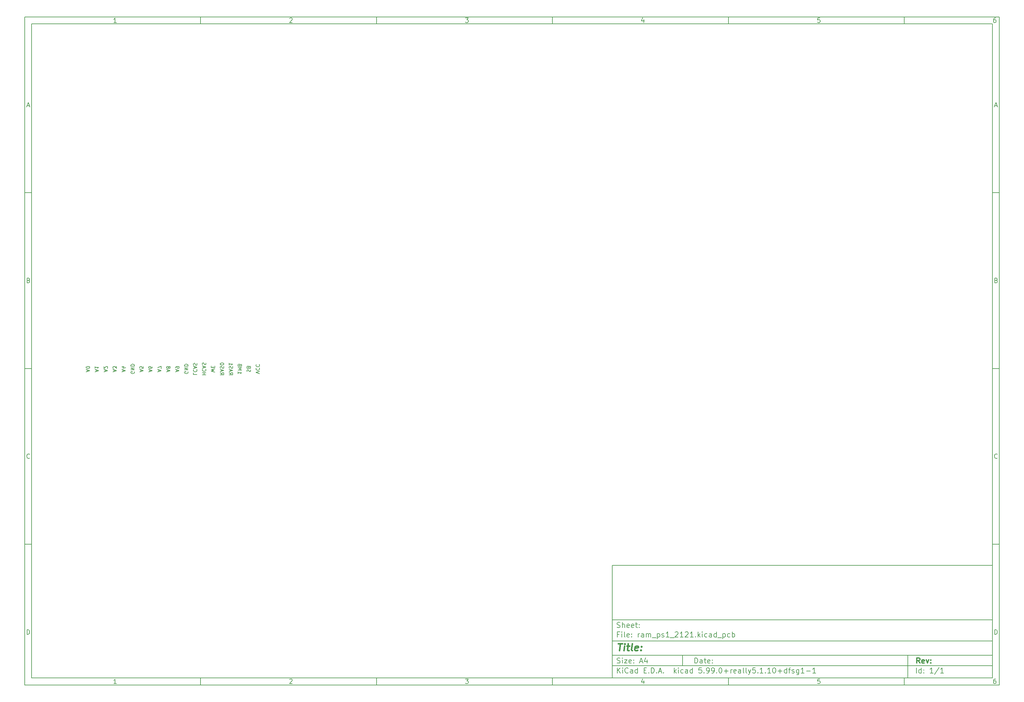
<source format=gbr>
%TF.GenerationSoftware,KiCad,Pcbnew,5.99.0+really5.1.10+dfsg1-1*%
%TF.CreationDate,2022-01-09T16:24:14+01:00*%
%TF.ProjectId,ram_ps1_2121,72616d5f-7073-4315-9f32-3132312e6b69,rev?*%
%TF.SameCoordinates,Original*%
%TF.FileFunction,Legend,Bot*%
%TF.FilePolarity,Positive*%
%FSLAX46Y46*%
G04 Gerber Fmt 4.6, Leading zero omitted, Abs format (unit mm)*
G04 Created by KiCad (PCBNEW 5.99.0+really5.1.10+dfsg1-1) date 2022-01-09 16:24:14*
%MOMM*%
%LPD*%
G01*
G04 APERTURE LIST*
%ADD10C,0.100000*%
%ADD11C,0.150000*%
%ADD12C,0.300000*%
%ADD13C,0.400000*%
G04 APERTURE END LIST*
D10*
D11*
X177002200Y-166007200D02*
X177002200Y-198007200D01*
X285002200Y-198007200D01*
X285002200Y-166007200D01*
X177002200Y-166007200D01*
D10*
D11*
X10000000Y-10000000D02*
X10000000Y-200007200D01*
X287002200Y-200007200D01*
X287002200Y-10000000D01*
X10000000Y-10000000D01*
D10*
D11*
X12000000Y-12000000D02*
X12000000Y-198007200D01*
X285002200Y-198007200D01*
X285002200Y-12000000D01*
X12000000Y-12000000D01*
D10*
D11*
X60000000Y-12000000D02*
X60000000Y-10000000D01*
D10*
D11*
X110000000Y-12000000D02*
X110000000Y-10000000D01*
D10*
D11*
X160000000Y-12000000D02*
X160000000Y-10000000D01*
D10*
D11*
X210000000Y-12000000D02*
X210000000Y-10000000D01*
D10*
D11*
X260000000Y-12000000D02*
X260000000Y-10000000D01*
D10*
D11*
X36065476Y-11588095D02*
X35322619Y-11588095D01*
X35694047Y-11588095D02*
X35694047Y-10288095D01*
X35570238Y-10473809D01*
X35446428Y-10597619D01*
X35322619Y-10659523D01*
D10*
D11*
X85322619Y-10411904D02*
X85384523Y-10350000D01*
X85508333Y-10288095D01*
X85817857Y-10288095D01*
X85941666Y-10350000D01*
X86003571Y-10411904D01*
X86065476Y-10535714D01*
X86065476Y-10659523D01*
X86003571Y-10845238D01*
X85260714Y-11588095D01*
X86065476Y-11588095D01*
D10*
D11*
X135260714Y-10288095D02*
X136065476Y-10288095D01*
X135632142Y-10783333D01*
X135817857Y-10783333D01*
X135941666Y-10845238D01*
X136003571Y-10907142D01*
X136065476Y-11030952D01*
X136065476Y-11340476D01*
X136003571Y-11464285D01*
X135941666Y-11526190D01*
X135817857Y-11588095D01*
X135446428Y-11588095D01*
X135322619Y-11526190D01*
X135260714Y-11464285D01*
D10*
D11*
X185941666Y-10721428D02*
X185941666Y-11588095D01*
X185632142Y-10226190D02*
X185322619Y-11154761D01*
X186127380Y-11154761D01*
D10*
D11*
X236003571Y-10288095D02*
X235384523Y-10288095D01*
X235322619Y-10907142D01*
X235384523Y-10845238D01*
X235508333Y-10783333D01*
X235817857Y-10783333D01*
X235941666Y-10845238D01*
X236003571Y-10907142D01*
X236065476Y-11030952D01*
X236065476Y-11340476D01*
X236003571Y-11464285D01*
X235941666Y-11526190D01*
X235817857Y-11588095D01*
X235508333Y-11588095D01*
X235384523Y-11526190D01*
X235322619Y-11464285D01*
D10*
D11*
X285941666Y-10288095D02*
X285694047Y-10288095D01*
X285570238Y-10350000D01*
X285508333Y-10411904D01*
X285384523Y-10597619D01*
X285322619Y-10845238D01*
X285322619Y-11340476D01*
X285384523Y-11464285D01*
X285446428Y-11526190D01*
X285570238Y-11588095D01*
X285817857Y-11588095D01*
X285941666Y-11526190D01*
X286003571Y-11464285D01*
X286065476Y-11340476D01*
X286065476Y-11030952D01*
X286003571Y-10907142D01*
X285941666Y-10845238D01*
X285817857Y-10783333D01*
X285570238Y-10783333D01*
X285446428Y-10845238D01*
X285384523Y-10907142D01*
X285322619Y-11030952D01*
D10*
D11*
X60000000Y-198007200D02*
X60000000Y-200007200D01*
D10*
D11*
X110000000Y-198007200D02*
X110000000Y-200007200D01*
D10*
D11*
X160000000Y-198007200D02*
X160000000Y-200007200D01*
D10*
D11*
X210000000Y-198007200D02*
X210000000Y-200007200D01*
D10*
D11*
X260000000Y-198007200D02*
X260000000Y-200007200D01*
D10*
D11*
X36065476Y-199595295D02*
X35322619Y-199595295D01*
X35694047Y-199595295D02*
X35694047Y-198295295D01*
X35570238Y-198481009D01*
X35446428Y-198604819D01*
X35322619Y-198666723D01*
D10*
D11*
X85322619Y-198419104D02*
X85384523Y-198357200D01*
X85508333Y-198295295D01*
X85817857Y-198295295D01*
X85941666Y-198357200D01*
X86003571Y-198419104D01*
X86065476Y-198542914D01*
X86065476Y-198666723D01*
X86003571Y-198852438D01*
X85260714Y-199595295D01*
X86065476Y-199595295D01*
D10*
D11*
X135260714Y-198295295D02*
X136065476Y-198295295D01*
X135632142Y-198790533D01*
X135817857Y-198790533D01*
X135941666Y-198852438D01*
X136003571Y-198914342D01*
X136065476Y-199038152D01*
X136065476Y-199347676D01*
X136003571Y-199471485D01*
X135941666Y-199533390D01*
X135817857Y-199595295D01*
X135446428Y-199595295D01*
X135322619Y-199533390D01*
X135260714Y-199471485D01*
D10*
D11*
X185941666Y-198728628D02*
X185941666Y-199595295D01*
X185632142Y-198233390D02*
X185322619Y-199161961D01*
X186127380Y-199161961D01*
D10*
D11*
X236003571Y-198295295D02*
X235384523Y-198295295D01*
X235322619Y-198914342D01*
X235384523Y-198852438D01*
X235508333Y-198790533D01*
X235817857Y-198790533D01*
X235941666Y-198852438D01*
X236003571Y-198914342D01*
X236065476Y-199038152D01*
X236065476Y-199347676D01*
X236003571Y-199471485D01*
X235941666Y-199533390D01*
X235817857Y-199595295D01*
X235508333Y-199595295D01*
X235384523Y-199533390D01*
X235322619Y-199471485D01*
D10*
D11*
X285941666Y-198295295D02*
X285694047Y-198295295D01*
X285570238Y-198357200D01*
X285508333Y-198419104D01*
X285384523Y-198604819D01*
X285322619Y-198852438D01*
X285322619Y-199347676D01*
X285384523Y-199471485D01*
X285446428Y-199533390D01*
X285570238Y-199595295D01*
X285817857Y-199595295D01*
X285941666Y-199533390D01*
X286003571Y-199471485D01*
X286065476Y-199347676D01*
X286065476Y-199038152D01*
X286003571Y-198914342D01*
X285941666Y-198852438D01*
X285817857Y-198790533D01*
X285570238Y-198790533D01*
X285446428Y-198852438D01*
X285384523Y-198914342D01*
X285322619Y-199038152D01*
D10*
D11*
X10000000Y-60000000D02*
X12000000Y-60000000D01*
D10*
D11*
X10000000Y-110000000D02*
X12000000Y-110000000D01*
D10*
D11*
X10000000Y-160000000D02*
X12000000Y-160000000D01*
D10*
D11*
X10690476Y-35216666D02*
X11309523Y-35216666D01*
X10566666Y-35588095D02*
X11000000Y-34288095D01*
X11433333Y-35588095D01*
D10*
D11*
X11092857Y-84907142D02*
X11278571Y-84969047D01*
X11340476Y-85030952D01*
X11402380Y-85154761D01*
X11402380Y-85340476D01*
X11340476Y-85464285D01*
X11278571Y-85526190D01*
X11154761Y-85588095D01*
X10659523Y-85588095D01*
X10659523Y-84288095D01*
X11092857Y-84288095D01*
X11216666Y-84350000D01*
X11278571Y-84411904D01*
X11340476Y-84535714D01*
X11340476Y-84659523D01*
X11278571Y-84783333D01*
X11216666Y-84845238D01*
X11092857Y-84907142D01*
X10659523Y-84907142D01*
D10*
D11*
X11402380Y-135464285D02*
X11340476Y-135526190D01*
X11154761Y-135588095D01*
X11030952Y-135588095D01*
X10845238Y-135526190D01*
X10721428Y-135402380D01*
X10659523Y-135278571D01*
X10597619Y-135030952D01*
X10597619Y-134845238D01*
X10659523Y-134597619D01*
X10721428Y-134473809D01*
X10845238Y-134350000D01*
X11030952Y-134288095D01*
X11154761Y-134288095D01*
X11340476Y-134350000D01*
X11402380Y-134411904D01*
D10*
D11*
X10659523Y-185588095D02*
X10659523Y-184288095D01*
X10969047Y-184288095D01*
X11154761Y-184350000D01*
X11278571Y-184473809D01*
X11340476Y-184597619D01*
X11402380Y-184845238D01*
X11402380Y-185030952D01*
X11340476Y-185278571D01*
X11278571Y-185402380D01*
X11154761Y-185526190D01*
X10969047Y-185588095D01*
X10659523Y-185588095D01*
D10*
D11*
X287002200Y-60000000D02*
X285002200Y-60000000D01*
D10*
D11*
X287002200Y-110000000D02*
X285002200Y-110000000D01*
D10*
D11*
X287002200Y-160000000D02*
X285002200Y-160000000D01*
D10*
D11*
X285692676Y-35216666D02*
X286311723Y-35216666D01*
X285568866Y-35588095D02*
X286002200Y-34288095D01*
X286435533Y-35588095D01*
D10*
D11*
X286095057Y-84907142D02*
X286280771Y-84969047D01*
X286342676Y-85030952D01*
X286404580Y-85154761D01*
X286404580Y-85340476D01*
X286342676Y-85464285D01*
X286280771Y-85526190D01*
X286156961Y-85588095D01*
X285661723Y-85588095D01*
X285661723Y-84288095D01*
X286095057Y-84288095D01*
X286218866Y-84350000D01*
X286280771Y-84411904D01*
X286342676Y-84535714D01*
X286342676Y-84659523D01*
X286280771Y-84783333D01*
X286218866Y-84845238D01*
X286095057Y-84907142D01*
X285661723Y-84907142D01*
D10*
D11*
X286404580Y-135464285D02*
X286342676Y-135526190D01*
X286156961Y-135588095D01*
X286033152Y-135588095D01*
X285847438Y-135526190D01*
X285723628Y-135402380D01*
X285661723Y-135278571D01*
X285599819Y-135030952D01*
X285599819Y-134845238D01*
X285661723Y-134597619D01*
X285723628Y-134473809D01*
X285847438Y-134350000D01*
X286033152Y-134288095D01*
X286156961Y-134288095D01*
X286342676Y-134350000D01*
X286404580Y-134411904D01*
D10*
D11*
X285661723Y-185588095D02*
X285661723Y-184288095D01*
X285971247Y-184288095D01*
X286156961Y-184350000D01*
X286280771Y-184473809D01*
X286342676Y-184597619D01*
X286404580Y-184845238D01*
X286404580Y-185030952D01*
X286342676Y-185278571D01*
X286280771Y-185402380D01*
X286156961Y-185526190D01*
X285971247Y-185588095D01*
X285661723Y-185588095D01*
D10*
D11*
X200434342Y-193785771D02*
X200434342Y-192285771D01*
X200791485Y-192285771D01*
X201005771Y-192357200D01*
X201148628Y-192500057D01*
X201220057Y-192642914D01*
X201291485Y-192928628D01*
X201291485Y-193142914D01*
X201220057Y-193428628D01*
X201148628Y-193571485D01*
X201005771Y-193714342D01*
X200791485Y-193785771D01*
X200434342Y-193785771D01*
X202577200Y-193785771D02*
X202577200Y-193000057D01*
X202505771Y-192857200D01*
X202362914Y-192785771D01*
X202077200Y-192785771D01*
X201934342Y-192857200D01*
X202577200Y-193714342D02*
X202434342Y-193785771D01*
X202077200Y-193785771D01*
X201934342Y-193714342D01*
X201862914Y-193571485D01*
X201862914Y-193428628D01*
X201934342Y-193285771D01*
X202077200Y-193214342D01*
X202434342Y-193214342D01*
X202577200Y-193142914D01*
X203077200Y-192785771D02*
X203648628Y-192785771D01*
X203291485Y-192285771D02*
X203291485Y-193571485D01*
X203362914Y-193714342D01*
X203505771Y-193785771D01*
X203648628Y-193785771D01*
X204720057Y-193714342D02*
X204577200Y-193785771D01*
X204291485Y-193785771D01*
X204148628Y-193714342D01*
X204077200Y-193571485D01*
X204077200Y-193000057D01*
X204148628Y-192857200D01*
X204291485Y-192785771D01*
X204577200Y-192785771D01*
X204720057Y-192857200D01*
X204791485Y-193000057D01*
X204791485Y-193142914D01*
X204077200Y-193285771D01*
X205434342Y-193642914D02*
X205505771Y-193714342D01*
X205434342Y-193785771D01*
X205362914Y-193714342D01*
X205434342Y-193642914D01*
X205434342Y-193785771D01*
X205434342Y-192857200D02*
X205505771Y-192928628D01*
X205434342Y-193000057D01*
X205362914Y-192928628D01*
X205434342Y-192857200D01*
X205434342Y-193000057D01*
D10*
D11*
X177002200Y-194507200D02*
X285002200Y-194507200D01*
D10*
D11*
X178434342Y-196585771D02*
X178434342Y-195085771D01*
X179291485Y-196585771D02*
X178648628Y-195728628D01*
X179291485Y-195085771D02*
X178434342Y-195942914D01*
X179934342Y-196585771D02*
X179934342Y-195585771D01*
X179934342Y-195085771D02*
X179862914Y-195157200D01*
X179934342Y-195228628D01*
X180005771Y-195157200D01*
X179934342Y-195085771D01*
X179934342Y-195228628D01*
X181505771Y-196442914D02*
X181434342Y-196514342D01*
X181220057Y-196585771D01*
X181077200Y-196585771D01*
X180862914Y-196514342D01*
X180720057Y-196371485D01*
X180648628Y-196228628D01*
X180577200Y-195942914D01*
X180577200Y-195728628D01*
X180648628Y-195442914D01*
X180720057Y-195300057D01*
X180862914Y-195157200D01*
X181077200Y-195085771D01*
X181220057Y-195085771D01*
X181434342Y-195157200D01*
X181505771Y-195228628D01*
X182791485Y-196585771D02*
X182791485Y-195800057D01*
X182720057Y-195657200D01*
X182577200Y-195585771D01*
X182291485Y-195585771D01*
X182148628Y-195657200D01*
X182791485Y-196514342D02*
X182648628Y-196585771D01*
X182291485Y-196585771D01*
X182148628Y-196514342D01*
X182077200Y-196371485D01*
X182077200Y-196228628D01*
X182148628Y-196085771D01*
X182291485Y-196014342D01*
X182648628Y-196014342D01*
X182791485Y-195942914D01*
X184148628Y-196585771D02*
X184148628Y-195085771D01*
X184148628Y-196514342D02*
X184005771Y-196585771D01*
X183720057Y-196585771D01*
X183577200Y-196514342D01*
X183505771Y-196442914D01*
X183434342Y-196300057D01*
X183434342Y-195871485D01*
X183505771Y-195728628D01*
X183577200Y-195657200D01*
X183720057Y-195585771D01*
X184005771Y-195585771D01*
X184148628Y-195657200D01*
X186005771Y-195800057D02*
X186505771Y-195800057D01*
X186720057Y-196585771D02*
X186005771Y-196585771D01*
X186005771Y-195085771D01*
X186720057Y-195085771D01*
X187362914Y-196442914D02*
X187434342Y-196514342D01*
X187362914Y-196585771D01*
X187291485Y-196514342D01*
X187362914Y-196442914D01*
X187362914Y-196585771D01*
X188077200Y-196585771D02*
X188077200Y-195085771D01*
X188434342Y-195085771D01*
X188648628Y-195157200D01*
X188791485Y-195300057D01*
X188862914Y-195442914D01*
X188934342Y-195728628D01*
X188934342Y-195942914D01*
X188862914Y-196228628D01*
X188791485Y-196371485D01*
X188648628Y-196514342D01*
X188434342Y-196585771D01*
X188077200Y-196585771D01*
X189577200Y-196442914D02*
X189648628Y-196514342D01*
X189577200Y-196585771D01*
X189505771Y-196514342D01*
X189577200Y-196442914D01*
X189577200Y-196585771D01*
X190220057Y-196157200D02*
X190934342Y-196157200D01*
X190077200Y-196585771D02*
X190577200Y-195085771D01*
X191077200Y-196585771D01*
X191577200Y-196442914D02*
X191648628Y-196514342D01*
X191577200Y-196585771D01*
X191505771Y-196514342D01*
X191577200Y-196442914D01*
X191577200Y-196585771D01*
X194577200Y-196585771D02*
X194577200Y-195085771D01*
X194720057Y-196014342D02*
X195148628Y-196585771D01*
X195148628Y-195585771D02*
X194577200Y-196157200D01*
X195791485Y-196585771D02*
X195791485Y-195585771D01*
X195791485Y-195085771D02*
X195720057Y-195157200D01*
X195791485Y-195228628D01*
X195862914Y-195157200D01*
X195791485Y-195085771D01*
X195791485Y-195228628D01*
X197148628Y-196514342D02*
X197005771Y-196585771D01*
X196720057Y-196585771D01*
X196577200Y-196514342D01*
X196505771Y-196442914D01*
X196434342Y-196300057D01*
X196434342Y-195871485D01*
X196505771Y-195728628D01*
X196577200Y-195657200D01*
X196720057Y-195585771D01*
X197005771Y-195585771D01*
X197148628Y-195657200D01*
X198434342Y-196585771D02*
X198434342Y-195800057D01*
X198362914Y-195657200D01*
X198220057Y-195585771D01*
X197934342Y-195585771D01*
X197791485Y-195657200D01*
X198434342Y-196514342D02*
X198291485Y-196585771D01*
X197934342Y-196585771D01*
X197791485Y-196514342D01*
X197720057Y-196371485D01*
X197720057Y-196228628D01*
X197791485Y-196085771D01*
X197934342Y-196014342D01*
X198291485Y-196014342D01*
X198434342Y-195942914D01*
X199791485Y-196585771D02*
X199791485Y-195085771D01*
X199791485Y-196514342D02*
X199648628Y-196585771D01*
X199362914Y-196585771D01*
X199220057Y-196514342D01*
X199148628Y-196442914D01*
X199077200Y-196300057D01*
X199077200Y-195871485D01*
X199148628Y-195728628D01*
X199220057Y-195657200D01*
X199362914Y-195585771D01*
X199648628Y-195585771D01*
X199791485Y-195657200D01*
X202362914Y-195085771D02*
X201648628Y-195085771D01*
X201577200Y-195800057D01*
X201648628Y-195728628D01*
X201791485Y-195657200D01*
X202148628Y-195657200D01*
X202291485Y-195728628D01*
X202362914Y-195800057D01*
X202434342Y-195942914D01*
X202434342Y-196300057D01*
X202362914Y-196442914D01*
X202291485Y-196514342D01*
X202148628Y-196585771D01*
X201791485Y-196585771D01*
X201648628Y-196514342D01*
X201577200Y-196442914D01*
X203077200Y-196442914D02*
X203148628Y-196514342D01*
X203077200Y-196585771D01*
X203005771Y-196514342D01*
X203077200Y-196442914D01*
X203077200Y-196585771D01*
X203862914Y-196585771D02*
X204148628Y-196585771D01*
X204291485Y-196514342D01*
X204362914Y-196442914D01*
X204505771Y-196228628D01*
X204577200Y-195942914D01*
X204577200Y-195371485D01*
X204505771Y-195228628D01*
X204434342Y-195157200D01*
X204291485Y-195085771D01*
X204005771Y-195085771D01*
X203862914Y-195157200D01*
X203791485Y-195228628D01*
X203720057Y-195371485D01*
X203720057Y-195728628D01*
X203791485Y-195871485D01*
X203862914Y-195942914D01*
X204005771Y-196014342D01*
X204291485Y-196014342D01*
X204434342Y-195942914D01*
X204505771Y-195871485D01*
X204577200Y-195728628D01*
X205291485Y-196585771D02*
X205577200Y-196585771D01*
X205720057Y-196514342D01*
X205791485Y-196442914D01*
X205934342Y-196228628D01*
X206005771Y-195942914D01*
X206005771Y-195371485D01*
X205934342Y-195228628D01*
X205862914Y-195157200D01*
X205720057Y-195085771D01*
X205434342Y-195085771D01*
X205291485Y-195157200D01*
X205220057Y-195228628D01*
X205148628Y-195371485D01*
X205148628Y-195728628D01*
X205220057Y-195871485D01*
X205291485Y-195942914D01*
X205434342Y-196014342D01*
X205720057Y-196014342D01*
X205862914Y-195942914D01*
X205934342Y-195871485D01*
X206005771Y-195728628D01*
X206648628Y-196442914D02*
X206720057Y-196514342D01*
X206648628Y-196585771D01*
X206577200Y-196514342D01*
X206648628Y-196442914D01*
X206648628Y-196585771D01*
X207648628Y-195085771D02*
X207791485Y-195085771D01*
X207934342Y-195157200D01*
X208005771Y-195228628D01*
X208077200Y-195371485D01*
X208148628Y-195657200D01*
X208148628Y-196014342D01*
X208077200Y-196300057D01*
X208005771Y-196442914D01*
X207934342Y-196514342D01*
X207791485Y-196585771D01*
X207648628Y-196585771D01*
X207505771Y-196514342D01*
X207434342Y-196442914D01*
X207362914Y-196300057D01*
X207291485Y-196014342D01*
X207291485Y-195657200D01*
X207362914Y-195371485D01*
X207434342Y-195228628D01*
X207505771Y-195157200D01*
X207648628Y-195085771D01*
X208791485Y-196014342D02*
X209934342Y-196014342D01*
X209362914Y-196585771D02*
X209362914Y-195442914D01*
X210648628Y-196585771D02*
X210648628Y-195585771D01*
X210648628Y-195871485D02*
X210720057Y-195728628D01*
X210791485Y-195657200D01*
X210934342Y-195585771D01*
X211077200Y-195585771D01*
X212148628Y-196514342D02*
X212005771Y-196585771D01*
X211720057Y-196585771D01*
X211577200Y-196514342D01*
X211505771Y-196371485D01*
X211505771Y-195800057D01*
X211577200Y-195657200D01*
X211720057Y-195585771D01*
X212005771Y-195585771D01*
X212148628Y-195657200D01*
X212220057Y-195800057D01*
X212220057Y-195942914D01*
X211505771Y-196085771D01*
X213505771Y-196585771D02*
X213505771Y-195800057D01*
X213434342Y-195657200D01*
X213291485Y-195585771D01*
X213005771Y-195585771D01*
X212862914Y-195657200D01*
X213505771Y-196514342D02*
X213362914Y-196585771D01*
X213005771Y-196585771D01*
X212862914Y-196514342D01*
X212791485Y-196371485D01*
X212791485Y-196228628D01*
X212862914Y-196085771D01*
X213005771Y-196014342D01*
X213362914Y-196014342D01*
X213505771Y-195942914D01*
X214434342Y-196585771D02*
X214291485Y-196514342D01*
X214220057Y-196371485D01*
X214220057Y-195085771D01*
X215220057Y-196585771D02*
X215077200Y-196514342D01*
X215005771Y-196371485D01*
X215005771Y-195085771D01*
X215648628Y-195585771D02*
X216005771Y-196585771D01*
X216362914Y-195585771D02*
X216005771Y-196585771D01*
X215862914Y-196942914D01*
X215791485Y-197014342D01*
X215648628Y-197085771D01*
X217648628Y-195085771D02*
X216934342Y-195085771D01*
X216862914Y-195800057D01*
X216934342Y-195728628D01*
X217077200Y-195657200D01*
X217434342Y-195657200D01*
X217577200Y-195728628D01*
X217648628Y-195800057D01*
X217720057Y-195942914D01*
X217720057Y-196300057D01*
X217648628Y-196442914D01*
X217577200Y-196514342D01*
X217434342Y-196585771D01*
X217077200Y-196585771D01*
X216934342Y-196514342D01*
X216862914Y-196442914D01*
X218362914Y-196442914D02*
X218434342Y-196514342D01*
X218362914Y-196585771D01*
X218291485Y-196514342D01*
X218362914Y-196442914D01*
X218362914Y-196585771D01*
X219862914Y-196585771D02*
X219005771Y-196585771D01*
X219434342Y-196585771D02*
X219434342Y-195085771D01*
X219291485Y-195300057D01*
X219148628Y-195442914D01*
X219005771Y-195514342D01*
X220505771Y-196442914D02*
X220577200Y-196514342D01*
X220505771Y-196585771D01*
X220434342Y-196514342D01*
X220505771Y-196442914D01*
X220505771Y-196585771D01*
X222005771Y-196585771D02*
X221148628Y-196585771D01*
X221577200Y-196585771D02*
X221577200Y-195085771D01*
X221434342Y-195300057D01*
X221291485Y-195442914D01*
X221148628Y-195514342D01*
X222934342Y-195085771D02*
X223077200Y-195085771D01*
X223220057Y-195157200D01*
X223291485Y-195228628D01*
X223362914Y-195371485D01*
X223434342Y-195657200D01*
X223434342Y-196014342D01*
X223362914Y-196300057D01*
X223291485Y-196442914D01*
X223220057Y-196514342D01*
X223077200Y-196585771D01*
X222934342Y-196585771D01*
X222791485Y-196514342D01*
X222720057Y-196442914D01*
X222648628Y-196300057D01*
X222577200Y-196014342D01*
X222577200Y-195657200D01*
X222648628Y-195371485D01*
X222720057Y-195228628D01*
X222791485Y-195157200D01*
X222934342Y-195085771D01*
X224077200Y-196014342D02*
X225220057Y-196014342D01*
X224648628Y-196585771D02*
X224648628Y-195442914D01*
X226577200Y-196585771D02*
X226577200Y-195085771D01*
X226577200Y-196514342D02*
X226434342Y-196585771D01*
X226148628Y-196585771D01*
X226005771Y-196514342D01*
X225934342Y-196442914D01*
X225862914Y-196300057D01*
X225862914Y-195871485D01*
X225934342Y-195728628D01*
X226005771Y-195657200D01*
X226148628Y-195585771D01*
X226434342Y-195585771D01*
X226577200Y-195657200D01*
X227077200Y-195585771D02*
X227648628Y-195585771D01*
X227291485Y-196585771D02*
X227291485Y-195300057D01*
X227362914Y-195157200D01*
X227505771Y-195085771D01*
X227648628Y-195085771D01*
X228077200Y-196514342D02*
X228220057Y-196585771D01*
X228505771Y-196585771D01*
X228648628Y-196514342D01*
X228720057Y-196371485D01*
X228720057Y-196300057D01*
X228648628Y-196157200D01*
X228505771Y-196085771D01*
X228291485Y-196085771D01*
X228148628Y-196014342D01*
X228077200Y-195871485D01*
X228077200Y-195800057D01*
X228148628Y-195657200D01*
X228291485Y-195585771D01*
X228505771Y-195585771D01*
X228648628Y-195657200D01*
X230005771Y-195585771D02*
X230005771Y-196800057D01*
X229934342Y-196942914D01*
X229862914Y-197014342D01*
X229720057Y-197085771D01*
X229505771Y-197085771D01*
X229362914Y-197014342D01*
X230005771Y-196514342D02*
X229862914Y-196585771D01*
X229577200Y-196585771D01*
X229434342Y-196514342D01*
X229362914Y-196442914D01*
X229291485Y-196300057D01*
X229291485Y-195871485D01*
X229362914Y-195728628D01*
X229434342Y-195657200D01*
X229577200Y-195585771D01*
X229862914Y-195585771D01*
X230005771Y-195657200D01*
X231505771Y-196585771D02*
X230648628Y-196585771D01*
X231077200Y-196585771D02*
X231077200Y-195085771D01*
X230934342Y-195300057D01*
X230791485Y-195442914D01*
X230648628Y-195514342D01*
X232148628Y-196014342D02*
X233291485Y-196014342D01*
X234791485Y-196585771D02*
X233934342Y-196585771D01*
X234362914Y-196585771D02*
X234362914Y-195085771D01*
X234220057Y-195300057D01*
X234077200Y-195442914D01*
X233934342Y-195514342D01*
D10*
D11*
X177002200Y-191507200D02*
X285002200Y-191507200D01*
D10*
D12*
X264411485Y-193785771D02*
X263911485Y-193071485D01*
X263554342Y-193785771D02*
X263554342Y-192285771D01*
X264125771Y-192285771D01*
X264268628Y-192357200D01*
X264340057Y-192428628D01*
X264411485Y-192571485D01*
X264411485Y-192785771D01*
X264340057Y-192928628D01*
X264268628Y-193000057D01*
X264125771Y-193071485D01*
X263554342Y-193071485D01*
X265625771Y-193714342D02*
X265482914Y-193785771D01*
X265197200Y-193785771D01*
X265054342Y-193714342D01*
X264982914Y-193571485D01*
X264982914Y-193000057D01*
X265054342Y-192857200D01*
X265197200Y-192785771D01*
X265482914Y-192785771D01*
X265625771Y-192857200D01*
X265697200Y-193000057D01*
X265697200Y-193142914D01*
X264982914Y-193285771D01*
X266197200Y-192785771D02*
X266554342Y-193785771D01*
X266911485Y-192785771D01*
X267482914Y-193642914D02*
X267554342Y-193714342D01*
X267482914Y-193785771D01*
X267411485Y-193714342D01*
X267482914Y-193642914D01*
X267482914Y-193785771D01*
X267482914Y-192857200D02*
X267554342Y-192928628D01*
X267482914Y-193000057D01*
X267411485Y-192928628D01*
X267482914Y-192857200D01*
X267482914Y-193000057D01*
D10*
D11*
X178362914Y-193714342D02*
X178577200Y-193785771D01*
X178934342Y-193785771D01*
X179077200Y-193714342D01*
X179148628Y-193642914D01*
X179220057Y-193500057D01*
X179220057Y-193357200D01*
X179148628Y-193214342D01*
X179077200Y-193142914D01*
X178934342Y-193071485D01*
X178648628Y-193000057D01*
X178505771Y-192928628D01*
X178434342Y-192857200D01*
X178362914Y-192714342D01*
X178362914Y-192571485D01*
X178434342Y-192428628D01*
X178505771Y-192357200D01*
X178648628Y-192285771D01*
X179005771Y-192285771D01*
X179220057Y-192357200D01*
X179862914Y-193785771D02*
X179862914Y-192785771D01*
X179862914Y-192285771D02*
X179791485Y-192357200D01*
X179862914Y-192428628D01*
X179934342Y-192357200D01*
X179862914Y-192285771D01*
X179862914Y-192428628D01*
X180434342Y-192785771D02*
X181220057Y-192785771D01*
X180434342Y-193785771D01*
X181220057Y-193785771D01*
X182362914Y-193714342D02*
X182220057Y-193785771D01*
X181934342Y-193785771D01*
X181791485Y-193714342D01*
X181720057Y-193571485D01*
X181720057Y-193000057D01*
X181791485Y-192857200D01*
X181934342Y-192785771D01*
X182220057Y-192785771D01*
X182362914Y-192857200D01*
X182434342Y-193000057D01*
X182434342Y-193142914D01*
X181720057Y-193285771D01*
X183077200Y-193642914D02*
X183148628Y-193714342D01*
X183077200Y-193785771D01*
X183005771Y-193714342D01*
X183077200Y-193642914D01*
X183077200Y-193785771D01*
X183077200Y-192857200D02*
X183148628Y-192928628D01*
X183077200Y-193000057D01*
X183005771Y-192928628D01*
X183077200Y-192857200D01*
X183077200Y-193000057D01*
X184862914Y-193357200D02*
X185577200Y-193357200D01*
X184720057Y-193785771D02*
X185220057Y-192285771D01*
X185720057Y-193785771D01*
X186862914Y-192785771D02*
X186862914Y-193785771D01*
X186505771Y-192214342D02*
X186148628Y-193285771D01*
X187077200Y-193285771D01*
D10*
D11*
X263434342Y-196585771D02*
X263434342Y-195085771D01*
X264791485Y-196585771D02*
X264791485Y-195085771D01*
X264791485Y-196514342D02*
X264648628Y-196585771D01*
X264362914Y-196585771D01*
X264220057Y-196514342D01*
X264148628Y-196442914D01*
X264077200Y-196300057D01*
X264077200Y-195871485D01*
X264148628Y-195728628D01*
X264220057Y-195657200D01*
X264362914Y-195585771D01*
X264648628Y-195585771D01*
X264791485Y-195657200D01*
X265505771Y-196442914D02*
X265577200Y-196514342D01*
X265505771Y-196585771D01*
X265434342Y-196514342D01*
X265505771Y-196442914D01*
X265505771Y-196585771D01*
X265505771Y-195657200D02*
X265577200Y-195728628D01*
X265505771Y-195800057D01*
X265434342Y-195728628D01*
X265505771Y-195657200D01*
X265505771Y-195800057D01*
X268148628Y-196585771D02*
X267291485Y-196585771D01*
X267720057Y-196585771D02*
X267720057Y-195085771D01*
X267577200Y-195300057D01*
X267434342Y-195442914D01*
X267291485Y-195514342D01*
X269862914Y-195014342D02*
X268577200Y-196942914D01*
X271148628Y-196585771D02*
X270291485Y-196585771D01*
X270720057Y-196585771D02*
X270720057Y-195085771D01*
X270577200Y-195300057D01*
X270434342Y-195442914D01*
X270291485Y-195514342D01*
D10*
D11*
X177002200Y-187507200D02*
X285002200Y-187507200D01*
D10*
D13*
X178714580Y-188211961D02*
X179857438Y-188211961D01*
X179036009Y-190211961D02*
X179286009Y-188211961D01*
X180274104Y-190211961D02*
X180440771Y-188878628D01*
X180524104Y-188211961D02*
X180416961Y-188307200D01*
X180500295Y-188402438D01*
X180607438Y-188307200D01*
X180524104Y-188211961D01*
X180500295Y-188402438D01*
X181107438Y-188878628D02*
X181869342Y-188878628D01*
X181476485Y-188211961D02*
X181262200Y-189926247D01*
X181333628Y-190116723D01*
X181512200Y-190211961D01*
X181702676Y-190211961D01*
X182655057Y-190211961D02*
X182476485Y-190116723D01*
X182405057Y-189926247D01*
X182619342Y-188211961D01*
X184190771Y-190116723D02*
X183988390Y-190211961D01*
X183607438Y-190211961D01*
X183428866Y-190116723D01*
X183357438Y-189926247D01*
X183452676Y-189164342D01*
X183571723Y-188973866D01*
X183774104Y-188878628D01*
X184155057Y-188878628D01*
X184333628Y-188973866D01*
X184405057Y-189164342D01*
X184381247Y-189354819D01*
X183405057Y-189545295D01*
X185155057Y-190021485D02*
X185238390Y-190116723D01*
X185131247Y-190211961D01*
X185047914Y-190116723D01*
X185155057Y-190021485D01*
X185131247Y-190211961D01*
X185286009Y-188973866D02*
X185369342Y-189069104D01*
X185262200Y-189164342D01*
X185178866Y-189069104D01*
X185286009Y-188973866D01*
X185262200Y-189164342D01*
D10*
D11*
X178934342Y-185600057D02*
X178434342Y-185600057D01*
X178434342Y-186385771D02*
X178434342Y-184885771D01*
X179148628Y-184885771D01*
X179720057Y-186385771D02*
X179720057Y-185385771D01*
X179720057Y-184885771D02*
X179648628Y-184957200D01*
X179720057Y-185028628D01*
X179791485Y-184957200D01*
X179720057Y-184885771D01*
X179720057Y-185028628D01*
X180648628Y-186385771D02*
X180505771Y-186314342D01*
X180434342Y-186171485D01*
X180434342Y-184885771D01*
X181791485Y-186314342D02*
X181648628Y-186385771D01*
X181362914Y-186385771D01*
X181220057Y-186314342D01*
X181148628Y-186171485D01*
X181148628Y-185600057D01*
X181220057Y-185457200D01*
X181362914Y-185385771D01*
X181648628Y-185385771D01*
X181791485Y-185457200D01*
X181862914Y-185600057D01*
X181862914Y-185742914D01*
X181148628Y-185885771D01*
X182505771Y-186242914D02*
X182577200Y-186314342D01*
X182505771Y-186385771D01*
X182434342Y-186314342D01*
X182505771Y-186242914D01*
X182505771Y-186385771D01*
X182505771Y-185457200D02*
X182577200Y-185528628D01*
X182505771Y-185600057D01*
X182434342Y-185528628D01*
X182505771Y-185457200D01*
X182505771Y-185600057D01*
X184362914Y-186385771D02*
X184362914Y-185385771D01*
X184362914Y-185671485D02*
X184434342Y-185528628D01*
X184505771Y-185457200D01*
X184648628Y-185385771D01*
X184791485Y-185385771D01*
X185934342Y-186385771D02*
X185934342Y-185600057D01*
X185862914Y-185457200D01*
X185720057Y-185385771D01*
X185434342Y-185385771D01*
X185291485Y-185457200D01*
X185934342Y-186314342D02*
X185791485Y-186385771D01*
X185434342Y-186385771D01*
X185291485Y-186314342D01*
X185220057Y-186171485D01*
X185220057Y-186028628D01*
X185291485Y-185885771D01*
X185434342Y-185814342D01*
X185791485Y-185814342D01*
X185934342Y-185742914D01*
X186648628Y-186385771D02*
X186648628Y-185385771D01*
X186648628Y-185528628D02*
X186720057Y-185457200D01*
X186862914Y-185385771D01*
X187077200Y-185385771D01*
X187220057Y-185457200D01*
X187291485Y-185600057D01*
X187291485Y-186385771D01*
X187291485Y-185600057D02*
X187362914Y-185457200D01*
X187505771Y-185385771D01*
X187720057Y-185385771D01*
X187862914Y-185457200D01*
X187934342Y-185600057D01*
X187934342Y-186385771D01*
X188291485Y-186528628D02*
X189434342Y-186528628D01*
X189791485Y-185385771D02*
X189791485Y-186885771D01*
X189791485Y-185457200D02*
X189934342Y-185385771D01*
X190220057Y-185385771D01*
X190362914Y-185457200D01*
X190434342Y-185528628D01*
X190505771Y-185671485D01*
X190505771Y-186100057D01*
X190434342Y-186242914D01*
X190362914Y-186314342D01*
X190220057Y-186385771D01*
X189934342Y-186385771D01*
X189791485Y-186314342D01*
X191077200Y-186314342D02*
X191220057Y-186385771D01*
X191505771Y-186385771D01*
X191648628Y-186314342D01*
X191720057Y-186171485D01*
X191720057Y-186100057D01*
X191648628Y-185957200D01*
X191505771Y-185885771D01*
X191291485Y-185885771D01*
X191148628Y-185814342D01*
X191077200Y-185671485D01*
X191077200Y-185600057D01*
X191148628Y-185457200D01*
X191291485Y-185385771D01*
X191505771Y-185385771D01*
X191648628Y-185457200D01*
X193148628Y-186385771D02*
X192291485Y-186385771D01*
X192720057Y-186385771D02*
X192720057Y-184885771D01*
X192577200Y-185100057D01*
X192434342Y-185242914D01*
X192291485Y-185314342D01*
X193434342Y-186528628D02*
X194577200Y-186528628D01*
X194862914Y-185028628D02*
X194934342Y-184957200D01*
X195077200Y-184885771D01*
X195434342Y-184885771D01*
X195577200Y-184957200D01*
X195648628Y-185028628D01*
X195720057Y-185171485D01*
X195720057Y-185314342D01*
X195648628Y-185528628D01*
X194791485Y-186385771D01*
X195720057Y-186385771D01*
X197148628Y-186385771D02*
X196291485Y-186385771D01*
X196720057Y-186385771D02*
X196720057Y-184885771D01*
X196577200Y-185100057D01*
X196434342Y-185242914D01*
X196291485Y-185314342D01*
X197720057Y-185028628D02*
X197791485Y-184957200D01*
X197934342Y-184885771D01*
X198291485Y-184885771D01*
X198434342Y-184957200D01*
X198505771Y-185028628D01*
X198577200Y-185171485D01*
X198577200Y-185314342D01*
X198505771Y-185528628D01*
X197648628Y-186385771D01*
X198577200Y-186385771D01*
X200005771Y-186385771D02*
X199148628Y-186385771D01*
X199577200Y-186385771D02*
X199577200Y-184885771D01*
X199434342Y-185100057D01*
X199291485Y-185242914D01*
X199148628Y-185314342D01*
X200648628Y-186242914D02*
X200720057Y-186314342D01*
X200648628Y-186385771D01*
X200577200Y-186314342D01*
X200648628Y-186242914D01*
X200648628Y-186385771D01*
X201362914Y-186385771D02*
X201362914Y-184885771D01*
X201505771Y-185814342D02*
X201934342Y-186385771D01*
X201934342Y-185385771D02*
X201362914Y-185957200D01*
X202577200Y-186385771D02*
X202577200Y-185385771D01*
X202577200Y-184885771D02*
X202505771Y-184957200D01*
X202577200Y-185028628D01*
X202648628Y-184957200D01*
X202577200Y-184885771D01*
X202577200Y-185028628D01*
X203934342Y-186314342D02*
X203791485Y-186385771D01*
X203505771Y-186385771D01*
X203362914Y-186314342D01*
X203291485Y-186242914D01*
X203220057Y-186100057D01*
X203220057Y-185671485D01*
X203291485Y-185528628D01*
X203362914Y-185457200D01*
X203505771Y-185385771D01*
X203791485Y-185385771D01*
X203934342Y-185457200D01*
X205220057Y-186385771D02*
X205220057Y-185600057D01*
X205148628Y-185457200D01*
X205005771Y-185385771D01*
X204720057Y-185385771D01*
X204577200Y-185457200D01*
X205220057Y-186314342D02*
X205077200Y-186385771D01*
X204720057Y-186385771D01*
X204577200Y-186314342D01*
X204505771Y-186171485D01*
X204505771Y-186028628D01*
X204577200Y-185885771D01*
X204720057Y-185814342D01*
X205077200Y-185814342D01*
X205220057Y-185742914D01*
X206577200Y-186385771D02*
X206577200Y-184885771D01*
X206577200Y-186314342D02*
X206434342Y-186385771D01*
X206148628Y-186385771D01*
X206005771Y-186314342D01*
X205934342Y-186242914D01*
X205862914Y-186100057D01*
X205862914Y-185671485D01*
X205934342Y-185528628D01*
X206005771Y-185457200D01*
X206148628Y-185385771D01*
X206434342Y-185385771D01*
X206577200Y-185457200D01*
X206934342Y-186528628D02*
X208077200Y-186528628D01*
X208434342Y-185385771D02*
X208434342Y-186885771D01*
X208434342Y-185457200D02*
X208577200Y-185385771D01*
X208862914Y-185385771D01*
X209005771Y-185457200D01*
X209077200Y-185528628D01*
X209148628Y-185671485D01*
X209148628Y-186100057D01*
X209077200Y-186242914D01*
X209005771Y-186314342D01*
X208862914Y-186385771D01*
X208577200Y-186385771D01*
X208434342Y-186314342D01*
X210434342Y-186314342D02*
X210291485Y-186385771D01*
X210005771Y-186385771D01*
X209862914Y-186314342D01*
X209791485Y-186242914D01*
X209720057Y-186100057D01*
X209720057Y-185671485D01*
X209791485Y-185528628D01*
X209862914Y-185457200D01*
X210005771Y-185385771D01*
X210291485Y-185385771D01*
X210434342Y-185457200D01*
X211077200Y-186385771D02*
X211077200Y-184885771D01*
X211077200Y-185457200D02*
X211220057Y-185385771D01*
X211505771Y-185385771D01*
X211648628Y-185457200D01*
X211720057Y-185528628D01*
X211791485Y-185671485D01*
X211791485Y-186100057D01*
X211720057Y-186242914D01*
X211648628Y-186314342D01*
X211505771Y-186385771D01*
X211220057Y-186385771D01*
X211077200Y-186314342D01*
D10*
D11*
X177002200Y-181507200D02*
X285002200Y-181507200D01*
D10*
D11*
X178362914Y-183614342D02*
X178577200Y-183685771D01*
X178934342Y-183685771D01*
X179077200Y-183614342D01*
X179148628Y-183542914D01*
X179220057Y-183400057D01*
X179220057Y-183257200D01*
X179148628Y-183114342D01*
X179077200Y-183042914D01*
X178934342Y-182971485D01*
X178648628Y-182900057D01*
X178505771Y-182828628D01*
X178434342Y-182757200D01*
X178362914Y-182614342D01*
X178362914Y-182471485D01*
X178434342Y-182328628D01*
X178505771Y-182257200D01*
X178648628Y-182185771D01*
X179005771Y-182185771D01*
X179220057Y-182257200D01*
X179862914Y-183685771D02*
X179862914Y-182185771D01*
X180505771Y-183685771D02*
X180505771Y-182900057D01*
X180434342Y-182757200D01*
X180291485Y-182685771D01*
X180077200Y-182685771D01*
X179934342Y-182757200D01*
X179862914Y-182828628D01*
X181791485Y-183614342D02*
X181648628Y-183685771D01*
X181362914Y-183685771D01*
X181220057Y-183614342D01*
X181148628Y-183471485D01*
X181148628Y-182900057D01*
X181220057Y-182757200D01*
X181362914Y-182685771D01*
X181648628Y-182685771D01*
X181791485Y-182757200D01*
X181862914Y-182900057D01*
X181862914Y-183042914D01*
X181148628Y-183185771D01*
X183077200Y-183614342D02*
X182934342Y-183685771D01*
X182648628Y-183685771D01*
X182505771Y-183614342D01*
X182434342Y-183471485D01*
X182434342Y-182900057D01*
X182505771Y-182757200D01*
X182648628Y-182685771D01*
X182934342Y-182685771D01*
X183077200Y-182757200D01*
X183148628Y-182900057D01*
X183148628Y-183042914D01*
X182434342Y-183185771D01*
X183577200Y-182685771D02*
X184148628Y-182685771D01*
X183791485Y-182185771D02*
X183791485Y-183471485D01*
X183862914Y-183614342D01*
X184005771Y-183685771D01*
X184148628Y-183685771D01*
X184648628Y-183542914D02*
X184720057Y-183614342D01*
X184648628Y-183685771D01*
X184577200Y-183614342D01*
X184648628Y-183542914D01*
X184648628Y-183685771D01*
X184648628Y-182757200D02*
X184720057Y-182828628D01*
X184648628Y-182900057D01*
X184577200Y-182828628D01*
X184648628Y-182757200D01*
X184648628Y-182900057D01*
D10*
D11*
X197002200Y-191507200D02*
X197002200Y-194507200D01*
D10*
D11*
X261002200Y-191507200D02*
X261002200Y-198007200D01*
%TO.C,U1*%
X27773333Y-110819285D02*
X27773333Y-110343095D01*
X27487619Y-110914523D02*
X28487619Y-110581190D01*
X27487619Y-110247857D01*
X28487619Y-109724047D02*
X28487619Y-109628809D01*
X28440000Y-109533571D01*
X28392380Y-109485952D01*
X28297142Y-109438333D01*
X28106666Y-109390714D01*
X27868571Y-109390714D01*
X27678095Y-109438333D01*
X27582857Y-109485952D01*
X27535238Y-109533571D01*
X27487619Y-109628809D01*
X27487619Y-109724047D01*
X27535238Y-109819285D01*
X27582857Y-109866904D01*
X27678095Y-109914523D01*
X27868571Y-109962142D01*
X28106666Y-109962142D01*
X28297142Y-109914523D01*
X28392380Y-109866904D01*
X28440000Y-109819285D01*
X28487619Y-109724047D01*
X30313333Y-110819285D02*
X30313333Y-110343095D01*
X30027619Y-110914523D02*
X31027619Y-110581190D01*
X30027619Y-110247857D01*
X30027619Y-109390714D02*
X30027619Y-109962142D01*
X30027619Y-109676428D02*
X31027619Y-109676428D01*
X30884761Y-109771666D01*
X30789523Y-109866904D01*
X30741904Y-109962142D01*
X32853333Y-110819285D02*
X32853333Y-110343095D01*
X32567619Y-110914523D02*
X33567619Y-110581190D01*
X32567619Y-110247857D01*
X33472380Y-109962142D02*
X33520000Y-109914523D01*
X33567619Y-109819285D01*
X33567619Y-109581190D01*
X33520000Y-109485952D01*
X33472380Y-109438333D01*
X33377142Y-109390714D01*
X33281904Y-109390714D01*
X33139047Y-109438333D01*
X32567619Y-110009761D01*
X32567619Y-109390714D01*
X35393333Y-110819285D02*
X35393333Y-110343095D01*
X35107619Y-110914523D02*
X36107619Y-110581190D01*
X35107619Y-110247857D01*
X36107619Y-110009761D02*
X36107619Y-109390714D01*
X35726666Y-109724047D01*
X35726666Y-109581190D01*
X35679047Y-109485952D01*
X35631428Y-109438333D01*
X35536190Y-109390714D01*
X35298095Y-109390714D01*
X35202857Y-109438333D01*
X35155238Y-109485952D01*
X35107619Y-109581190D01*
X35107619Y-109866904D01*
X35155238Y-109962142D01*
X35202857Y-110009761D01*
X37933333Y-110819285D02*
X37933333Y-110343095D01*
X37647619Y-110914523D02*
X38647619Y-110581190D01*
X37647619Y-110247857D01*
X38314285Y-109485952D02*
X37647619Y-109485952D01*
X38695238Y-109724047D02*
X37980952Y-109962142D01*
X37980952Y-109343095D01*
X41140000Y-110866904D02*
X41187619Y-110962142D01*
X41187619Y-111105000D01*
X41140000Y-111247857D01*
X41044761Y-111343095D01*
X40949523Y-111390714D01*
X40759047Y-111438333D01*
X40616190Y-111438333D01*
X40425714Y-111390714D01*
X40330476Y-111343095D01*
X40235238Y-111247857D01*
X40187619Y-111105000D01*
X40187619Y-111009761D01*
X40235238Y-110866904D01*
X40282857Y-110819285D01*
X40616190Y-110819285D01*
X40616190Y-111009761D01*
X40187619Y-110390714D02*
X41187619Y-110390714D01*
X40187619Y-109819285D01*
X41187619Y-109819285D01*
X40187619Y-109343095D02*
X41187619Y-109343095D01*
X41187619Y-109105000D01*
X41140000Y-108962142D01*
X41044761Y-108866904D01*
X40949523Y-108819285D01*
X40759047Y-108771666D01*
X40616190Y-108771666D01*
X40425714Y-108819285D01*
X40330476Y-108866904D01*
X40235238Y-108962142D01*
X40187619Y-109105000D01*
X40187619Y-109343095D01*
X43013333Y-110819285D02*
X43013333Y-110343095D01*
X42727619Y-110914523D02*
X43727619Y-110581190D01*
X42727619Y-110247857D01*
X43727619Y-109438333D02*
X43727619Y-109914523D01*
X43251428Y-109962142D01*
X43299047Y-109914523D01*
X43346666Y-109819285D01*
X43346666Y-109581190D01*
X43299047Y-109485952D01*
X43251428Y-109438333D01*
X43156190Y-109390714D01*
X42918095Y-109390714D01*
X42822857Y-109438333D01*
X42775238Y-109485952D01*
X42727619Y-109581190D01*
X42727619Y-109819285D01*
X42775238Y-109914523D01*
X42822857Y-109962142D01*
X45553333Y-110819285D02*
X45553333Y-110343095D01*
X45267619Y-110914523D02*
X46267619Y-110581190D01*
X45267619Y-110247857D01*
X46267619Y-109485952D02*
X46267619Y-109676428D01*
X46220000Y-109771666D01*
X46172380Y-109819285D01*
X46029523Y-109914523D01*
X45839047Y-109962142D01*
X45458095Y-109962142D01*
X45362857Y-109914523D01*
X45315238Y-109866904D01*
X45267619Y-109771666D01*
X45267619Y-109581190D01*
X45315238Y-109485952D01*
X45362857Y-109438333D01*
X45458095Y-109390714D01*
X45696190Y-109390714D01*
X45791428Y-109438333D01*
X45839047Y-109485952D01*
X45886666Y-109581190D01*
X45886666Y-109771666D01*
X45839047Y-109866904D01*
X45791428Y-109914523D01*
X45696190Y-109962142D01*
X48093333Y-110819285D02*
X48093333Y-110343095D01*
X47807619Y-110914523D02*
X48807619Y-110581190D01*
X47807619Y-110247857D01*
X48807619Y-110009761D02*
X48807619Y-109343095D01*
X47807619Y-109771666D01*
X50633333Y-110819285D02*
X50633333Y-110343095D01*
X50347619Y-110914523D02*
X51347619Y-110581190D01*
X50347619Y-110247857D01*
X50919047Y-109771666D02*
X50966666Y-109866904D01*
X51014285Y-109914523D01*
X51109523Y-109962142D01*
X51157142Y-109962142D01*
X51252380Y-109914523D01*
X51300000Y-109866904D01*
X51347619Y-109771666D01*
X51347619Y-109581190D01*
X51300000Y-109485952D01*
X51252380Y-109438333D01*
X51157142Y-109390714D01*
X51109523Y-109390714D01*
X51014285Y-109438333D01*
X50966666Y-109485952D01*
X50919047Y-109581190D01*
X50919047Y-109771666D01*
X50871428Y-109866904D01*
X50823809Y-109914523D01*
X50728571Y-109962142D01*
X50538095Y-109962142D01*
X50442857Y-109914523D01*
X50395238Y-109866904D01*
X50347619Y-109771666D01*
X50347619Y-109581190D01*
X50395238Y-109485952D01*
X50442857Y-109438333D01*
X50538095Y-109390714D01*
X50728571Y-109390714D01*
X50823809Y-109438333D01*
X50871428Y-109485952D01*
X50919047Y-109581190D01*
X53173333Y-110819285D02*
X53173333Y-110343095D01*
X52887619Y-110914523D02*
X53887619Y-110581190D01*
X52887619Y-110247857D01*
X52887619Y-109866904D02*
X52887619Y-109676428D01*
X52935238Y-109581190D01*
X52982857Y-109533571D01*
X53125714Y-109438333D01*
X53316190Y-109390714D01*
X53697142Y-109390714D01*
X53792380Y-109438333D01*
X53840000Y-109485952D01*
X53887619Y-109581190D01*
X53887619Y-109771666D01*
X53840000Y-109866904D01*
X53792380Y-109914523D01*
X53697142Y-109962142D01*
X53459047Y-109962142D01*
X53363809Y-109914523D01*
X53316190Y-109866904D01*
X53268571Y-109771666D01*
X53268571Y-109581190D01*
X53316190Y-109485952D01*
X53363809Y-109438333D01*
X53459047Y-109390714D01*
X56380000Y-110866904D02*
X56427619Y-110962142D01*
X56427619Y-111105000D01*
X56380000Y-111247857D01*
X56284761Y-111343095D01*
X56189523Y-111390714D01*
X55999047Y-111438333D01*
X55856190Y-111438333D01*
X55665714Y-111390714D01*
X55570476Y-111343095D01*
X55475238Y-111247857D01*
X55427619Y-111105000D01*
X55427619Y-111009761D01*
X55475238Y-110866904D01*
X55522857Y-110819285D01*
X55856190Y-110819285D01*
X55856190Y-111009761D01*
X55427619Y-110390714D02*
X56427619Y-110390714D01*
X55427619Y-109819285D01*
X56427619Y-109819285D01*
X55427619Y-109343095D02*
X56427619Y-109343095D01*
X56427619Y-109105000D01*
X56380000Y-108962142D01*
X56284761Y-108866904D01*
X56189523Y-108819285D01*
X55999047Y-108771666D01*
X55856190Y-108771666D01*
X55665714Y-108819285D01*
X55570476Y-108866904D01*
X55475238Y-108962142D01*
X55427619Y-109105000D01*
X55427619Y-109343095D01*
X57967619Y-111200238D02*
X57967619Y-111676428D01*
X58967619Y-111676428D01*
X58062857Y-110295476D02*
X58015238Y-110343095D01*
X57967619Y-110485952D01*
X57967619Y-110581190D01*
X58015238Y-110724047D01*
X58110476Y-110819285D01*
X58205714Y-110866904D01*
X58396190Y-110914523D01*
X58539047Y-110914523D01*
X58729523Y-110866904D01*
X58824761Y-110819285D01*
X58920000Y-110724047D01*
X58967619Y-110581190D01*
X58967619Y-110485952D01*
X58920000Y-110343095D01*
X58872380Y-110295476D01*
X58253333Y-109914523D02*
X58253333Y-109438333D01*
X57967619Y-110009761D02*
X58967619Y-109676428D01*
X57967619Y-109343095D01*
X58015238Y-109057380D02*
X57967619Y-108914523D01*
X57967619Y-108676428D01*
X58015238Y-108581190D01*
X58062857Y-108533571D01*
X58158095Y-108485952D01*
X58253333Y-108485952D01*
X58348571Y-108533571D01*
X58396190Y-108581190D01*
X58443809Y-108676428D01*
X58491428Y-108866904D01*
X58539047Y-108962142D01*
X58586666Y-109009761D01*
X58681904Y-109057380D01*
X58777142Y-109057380D01*
X58872380Y-109009761D01*
X58920000Y-108962142D01*
X58967619Y-108866904D01*
X58967619Y-108628809D01*
X58920000Y-108485952D01*
X60507619Y-111795476D02*
X61507619Y-111795476D01*
X61031428Y-111795476D02*
X61031428Y-111224047D01*
X60507619Y-111224047D02*
X61507619Y-111224047D01*
X60602857Y-110176428D02*
X60555238Y-110224047D01*
X60507619Y-110366904D01*
X60507619Y-110462142D01*
X60555238Y-110605000D01*
X60650476Y-110700238D01*
X60745714Y-110747857D01*
X60936190Y-110795476D01*
X61079047Y-110795476D01*
X61269523Y-110747857D01*
X61364761Y-110700238D01*
X61460000Y-110605000D01*
X61507619Y-110462142D01*
X61507619Y-110366904D01*
X61460000Y-110224047D01*
X61412380Y-110176428D01*
X60793333Y-109795476D02*
X60793333Y-109319285D01*
X60507619Y-109890714D02*
X61507619Y-109557380D01*
X60507619Y-109224047D01*
X60555238Y-108938333D02*
X60507619Y-108795476D01*
X60507619Y-108557380D01*
X60555238Y-108462142D01*
X60602857Y-108414523D01*
X60698095Y-108366904D01*
X60793333Y-108366904D01*
X60888571Y-108414523D01*
X60936190Y-108462142D01*
X60983809Y-108557380D01*
X61031428Y-108747857D01*
X61079047Y-108843095D01*
X61126666Y-108890714D01*
X61221904Y-108938333D01*
X61317142Y-108938333D01*
X61412380Y-108890714D01*
X61460000Y-108843095D01*
X61507619Y-108747857D01*
X61507619Y-108509761D01*
X61460000Y-108366904D01*
X64047619Y-110985952D02*
X63047619Y-110747857D01*
X63761904Y-110557380D01*
X63047619Y-110366904D01*
X64047619Y-110128809D01*
X63571428Y-109747857D02*
X63571428Y-109414523D01*
X63047619Y-109271666D02*
X63047619Y-109747857D01*
X64047619Y-109747857D01*
X64047619Y-109271666D01*
X65587619Y-111176428D02*
X66063809Y-111509761D01*
X65587619Y-111747857D02*
X66587619Y-111747857D01*
X66587619Y-111366904D01*
X66540000Y-111271666D01*
X66492380Y-111224047D01*
X66397142Y-111176428D01*
X66254285Y-111176428D01*
X66159047Y-111224047D01*
X66111428Y-111271666D01*
X66063809Y-111366904D01*
X66063809Y-111747857D01*
X65873333Y-110795476D02*
X65873333Y-110319285D01*
X65587619Y-110890714D02*
X66587619Y-110557380D01*
X65587619Y-110224047D01*
X65635238Y-109938333D02*
X65587619Y-109795476D01*
X65587619Y-109557380D01*
X65635238Y-109462142D01*
X65682857Y-109414523D01*
X65778095Y-109366904D01*
X65873333Y-109366904D01*
X65968571Y-109414523D01*
X66016190Y-109462142D01*
X66063809Y-109557380D01*
X66111428Y-109747857D01*
X66159047Y-109843095D01*
X66206666Y-109890714D01*
X66301904Y-109938333D01*
X66397142Y-109938333D01*
X66492380Y-109890714D01*
X66540000Y-109843095D01*
X66587619Y-109747857D01*
X66587619Y-109509761D01*
X66540000Y-109366904D01*
X66587619Y-108747857D02*
X66587619Y-108652619D01*
X66540000Y-108557380D01*
X66492380Y-108509761D01*
X66397142Y-108462142D01*
X66206666Y-108414523D01*
X65968571Y-108414523D01*
X65778095Y-108462142D01*
X65682857Y-108509761D01*
X65635238Y-108557380D01*
X65587619Y-108652619D01*
X65587619Y-108747857D01*
X65635238Y-108843095D01*
X65682857Y-108890714D01*
X65778095Y-108938333D01*
X65968571Y-108985952D01*
X66206666Y-108985952D01*
X66397142Y-108938333D01*
X66492380Y-108890714D01*
X66540000Y-108843095D01*
X66587619Y-108747857D01*
X68127619Y-111176428D02*
X68603809Y-111509761D01*
X68127619Y-111747857D02*
X69127619Y-111747857D01*
X69127619Y-111366904D01*
X69080000Y-111271666D01*
X69032380Y-111224047D01*
X68937142Y-111176428D01*
X68794285Y-111176428D01*
X68699047Y-111224047D01*
X68651428Y-111271666D01*
X68603809Y-111366904D01*
X68603809Y-111747857D01*
X68413333Y-110795476D02*
X68413333Y-110319285D01*
X68127619Y-110890714D02*
X69127619Y-110557380D01*
X68127619Y-110224047D01*
X68175238Y-109938333D02*
X68127619Y-109795476D01*
X68127619Y-109557380D01*
X68175238Y-109462142D01*
X68222857Y-109414523D01*
X68318095Y-109366904D01*
X68413333Y-109366904D01*
X68508571Y-109414523D01*
X68556190Y-109462142D01*
X68603809Y-109557380D01*
X68651428Y-109747857D01*
X68699047Y-109843095D01*
X68746666Y-109890714D01*
X68841904Y-109938333D01*
X68937142Y-109938333D01*
X69032380Y-109890714D01*
X69080000Y-109843095D01*
X69127619Y-109747857D01*
X69127619Y-109509761D01*
X69080000Y-109366904D01*
X68127619Y-108414523D02*
X68127619Y-108985952D01*
X68127619Y-108700238D02*
X69127619Y-108700238D01*
X68984761Y-108795476D01*
X68889523Y-108890714D01*
X68841904Y-108985952D01*
X70667619Y-110890714D02*
X70667619Y-111462142D01*
X70667619Y-111176428D02*
X71667619Y-111176428D01*
X71524761Y-111271666D01*
X71429523Y-111366904D01*
X71381904Y-111462142D01*
X70667619Y-110462142D02*
X71667619Y-110462142D01*
X70953333Y-110128809D01*
X71667619Y-109795476D01*
X70667619Y-109795476D01*
X71191428Y-108985952D02*
X71143809Y-108843095D01*
X71096190Y-108795476D01*
X71000952Y-108747857D01*
X70858095Y-108747857D01*
X70762857Y-108795476D01*
X70715238Y-108843095D01*
X70667619Y-108938333D01*
X70667619Y-109319285D01*
X71667619Y-109319285D01*
X71667619Y-108985952D01*
X71620000Y-108890714D01*
X71572380Y-108843095D01*
X71477142Y-108795476D01*
X71381904Y-108795476D01*
X71286666Y-108843095D01*
X71239047Y-108890714D01*
X71191428Y-108985952D01*
X71191428Y-109319285D01*
X73255238Y-110890714D02*
X73207619Y-110747857D01*
X73207619Y-110509761D01*
X73255238Y-110414523D01*
X73302857Y-110366904D01*
X73398095Y-110319285D01*
X73493333Y-110319285D01*
X73588571Y-110366904D01*
X73636190Y-110414523D01*
X73683809Y-110509761D01*
X73731428Y-110700238D01*
X73779047Y-110795476D01*
X73826666Y-110843095D01*
X73921904Y-110890714D01*
X74017142Y-110890714D01*
X74112380Y-110843095D01*
X74160000Y-110795476D01*
X74207619Y-110700238D01*
X74207619Y-110462142D01*
X74160000Y-110319285D01*
X73731428Y-109557380D02*
X73683809Y-109414523D01*
X73636190Y-109366904D01*
X73540952Y-109319285D01*
X73398095Y-109319285D01*
X73302857Y-109366904D01*
X73255238Y-109414523D01*
X73207619Y-109509761D01*
X73207619Y-109890714D01*
X74207619Y-109890714D01*
X74207619Y-109557380D01*
X74160000Y-109462142D01*
X74112380Y-109414523D01*
X74017142Y-109366904D01*
X73921904Y-109366904D01*
X73826666Y-109414523D01*
X73779047Y-109462142D01*
X73731428Y-109557380D01*
X73731428Y-109890714D01*
X76747619Y-111438333D02*
X75747619Y-111105000D01*
X76747619Y-110771666D01*
X75842857Y-109866904D02*
X75795238Y-109914523D01*
X75747619Y-110057380D01*
X75747619Y-110152619D01*
X75795238Y-110295476D01*
X75890476Y-110390714D01*
X75985714Y-110438333D01*
X76176190Y-110485952D01*
X76319047Y-110485952D01*
X76509523Y-110438333D01*
X76604761Y-110390714D01*
X76700000Y-110295476D01*
X76747619Y-110152619D01*
X76747619Y-110057380D01*
X76700000Y-109914523D01*
X76652380Y-109866904D01*
X75842857Y-108866904D02*
X75795238Y-108914523D01*
X75747619Y-109057380D01*
X75747619Y-109152619D01*
X75795238Y-109295476D01*
X75890476Y-109390714D01*
X75985714Y-109438333D01*
X76176190Y-109485952D01*
X76319047Y-109485952D01*
X76509523Y-109438333D01*
X76604761Y-109390714D01*
X76700000Y-109295476D01*
X76747619Y-109152619D01*
X76747619Y-109057380D01*
X76700000Y-108914523D01*
X76652380Y-108866904D01*
%TD*%
M02*

</source>
